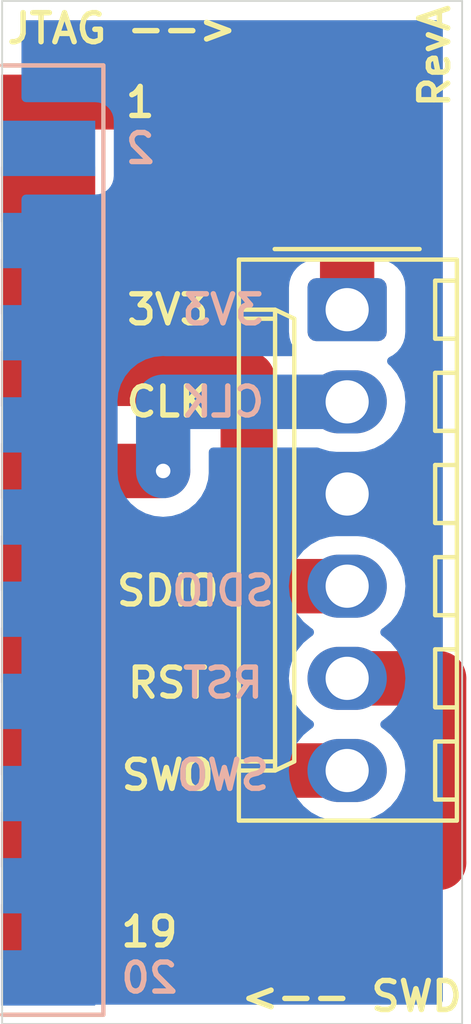
<source format=kicad_pcb>
(kicad_pcb (version 20171130) (host pcbnew 5.1.8-db9833491~87~ubuntu18.04.1)

  (general
    (thickness 1.6)
    (drawings 21)
    (tracks 20)
    (zones 0)
    (modules 2)
    (nets 13)
  )

  (page User 150.012 150.012)
  (layers
    (0 F.Cu signal)
    (31 B.Cu signal)
    (32 B.Adhes user)
    (33 F.Adhes user)
    (34 B.Paste user)
    (35 F.Paste user)
    (36 B.SilkS user)
    (37 F.SilkS user)
    (38 B.Mask user)
    (39 F.Mask user)
    (40 Dwgs.User user)
    (41 Cmts.User user)
    (42 Eco1.User user)
    (43 Eco2.User user)
    (44 Edge.Cuts user)
    (45 Margin user)
    (46 B.CrtYd user)
    (47 F.CrtYd user)
    (48 B.Fab user hide)
    (49 F.Fab user hide)
  )

  (setup
    (last_trace_width 0.25)
    (user_trace_width 1)
    (user_trace_width 1.5)
    (trace_clearance 0.2)
    (zone_clearance 0.508)
    (zone_45_only no)
    (trace_min 0.2)
    (via_size 0.8)
    (via_drill 0.4)
    (via_min_size 0.4)
    (via_min_drill 0.3)
    (uvia_size 0.3)
    (uvia_drill 0.1)
    (uvias_allowed no)
    (uvia_min_size 0.2)
    (uvia_min_drill 0.1)
    (edge_width 0.05)
    (segment_width 0.2)
    (pcb_text_width 0.3)
    (pcb_text_size 1.5 1.5)
    (mod_edge_width 0.12)
    (mod_text_size 1 1)
    (mod_text_width 0.15)
    (pad_size 1.524 1.524)
    (pad_drill 0.762)
    (pad_to_mask_clearance 0)
    (aux_axis_origin 0 0)
    (visible_elements FFFFFF7F)
    (pcbplotparams
      (layerselection 0x010fc_ffffffff)
      (usegerberextensions false)
      (usegerberattributes true)
      (usegerberadvancedattributes true)
      (creategerberjobfile true)
      (excludeedgelayer true)
      (linewidth 0.100000)
      (plotframeref false)
      (viasonmask false)
      (mode 1)
      (useauxorigin false)
      (hpglpennumber 1)
      (hpglpenspeed 20)
      (hpglpendiameter 15.000000)
      (psnegative false)
      (psa4output false)
      (plotreference true)
      (plotvalue true)
      (plotinvisibletext false)
      (padsonsilk false)
      (subtractmaskfromsilk false)
      (outputformat 1)
      (mirror false)
      (drillshape 0)
      (scaleselection 1)
      (outputdirectory "gerbers/"))
  )

  (net 0 "")
  (net 1 /NC)
  (net 2 GNDS)
  (net 3 /VTref)
  (net 4 /nTRST)
  (net 5 /TDI)
  (net 6 /TMS)
  (net 7 /TCK)
  (net 8 /RTCK)
  (net 9 /TDO)
  (net 10 /RESET)
  (net 11 /DBGRQ)
  (net 12 /5V)

  (net_class Default "This is the default net class."
    (clearance 0.2)
    (trace_width 0.25)
    (via_dia 0.8)
    (via_drill 0.4)
    (uvia_dia 0.3)
    (uvia_drill 0.1)
    (add_net /5V)
    (add_net /DBGRQ)
    (add_net /NC)
    (add_net /RESET)
    (add_net /RTCK)
    (add_net /TCK)
    (add_net /TDI)
    (add_net /TDO)
    (add_net /TMS)
    (add_net /VTref)
    (add_net /nTRST)
    (add_net GNDS)
  )

  (module IDC_PCB_Edge_Connectors:2x10_IDC_EdgeConnector (layer F.Cu) (tedit 5FC23B6C) (tstamp 5FC29F38)
    (at 71.374 64.389 90)
    (path /5FC234AD)
    (fp_text reference J1 (at -12.065 2.54 180) (layer F.SilkS) hide
      (effects (font (size 1 1) (thickness 0.15)))
    )
    (fp_text value Conn_02x10_Odd_Even (at 0.127 -5.207 90) (layer F.Fab)
      (effects (font (size 1 1) (thickness 0.15)))
    )
    (fp_line (start -13.081 1.524) (end 13.081 1.524) (layer F.SilkS) (width 0.12))
    (fp_line (start 13.081 1.524) (end 13.081 -1.27) (layer F.SilkS) (width 0.12))
    (fp_line (start 13.081 -1.27) (end 13.081 1.524) (layer B.SilkS) (width 0.12))
    (fp_line (start 13.081 1.524) (end -13.081 1.524) (layer B.SilkS) (width 0.12))
    (fp_line (start 13.208 -1.27) (end 13.208 1.651) (layer F.CrtYd) (width 0.12))
    (fp_line (start 13.208 1.651) (end -13.208 1.651) (layer F.CrtYd) (width 0.12))
    (fp_line (start 13.208 -1.27) (end 13.208 1.651) (layer B.CrtYd) (width 0.12))
    (fp_line (start 13.208 1.651) (end -13.208 1.651) (layer B.CrtYd) (width 0.12))
    (fp_line (start -13.081 1.524) (end -13.081 -1.27) (layer F.SilkS) (width 0.12))
    (fp_line (start -13.081 -1.27) (end -13.081 1.524) (layer B.SilkS) (width 0.12))
    (fp_line (start -13.208 -1.27) (end -13.208 1.651) (layer F.CrtYd) (width 0.12))
    (fp_line (start -13.208 -1.27) (end -13.208 1.651) (layer B.CrtYd) (width 0.12))
    (pad 2 smd rect (at 10.795 0 90) (size 1.524 2.6) (layers B.Cu B.Paste B.Mask)
      (net 1 /NC))
    (pad 4 smd rect (at 8.255 0 90) (size 1.524 2.6) (layers B.Cu B.Paste B.Mask)
      (net 2 GNDS))
    (pad 6 smd rect (at 5.715 0 90) (size 1.524 2.6) (layers B.Cu B.Paste B.Mask)
      (net 2 GNDS))
    (pad 8 smd rect (at 3.175 0 90) (size 1.524 2.6) (layers B.Cu B.Paste B.Mask)
      (net 2 GNDS))
    (pad 10 smd rect (at 0.635 0 90) (size 1.524 2.6) (layers B.Cu B.Paste B.Mask)
      (net 2 GNDS))
    (pad 12 smd rect (at -1.905 0 90) (size 1.524 2.6) (layers B.Cu B.Paste B.Mask)
      (net 2 GNDS))
    (pad 14 smd rect (at -4.445 0 90) (size 1.524 2.6) (layers B.Cu B.Paste B.Mask)
      (net 2 GNDS))
    (pad 16 smd rect (at -6.985 0 90) (size 1.524 2.6) (layers B.Cu B.Paste B.Mask)
      (net 2 GNDS))
    (pad 18 smd rect (at -9.525 0 90) (size 1.524 2.6) (layers B.Cu B.Paste B.Mask)
      (net 2 GNDS))
    (pad 20 smd rect (at -12.065 0 90) (size 1.524 2.6) (layers B.Cu B.Paste B.Mask)
      (net 2 GNDS))
    (pad 1 smd rect (at 12.065 0 90) (size 1.524 2.6) (layers F.Cu F.Paste F.Mask)
      (net 3 /VTref))
    (pad 3 smd rect (at 9.525 0 90) (size 1.524 2.6) (layers F.Cu F.Paste F.Mask)
      (net 4 /nTRST))
    (pad 5 smd rect (at 6.985 0 90) (size 1.524 2.6) (layers F.Cu F.Paste F.Mask)
      (net 5 /TDI))
    (pad 7 smd rect (at 4.445 0 90) (size 1.524 2.6) (layers F.Cu F.Paste F.Mask)
      (net 6 /TMS))
    (pad 9 smd rect (at 1.905 0 90) (size 1.524 2.6) (layers F.Cu F.Paste F.Mask)
      (net 7 /TCK))
    (pad 11 smd rect (at -0.635 0 90) (size 1.524 2.6) (layers F.Cu F.Paste F.Mask)
      (net 8 /RTCK))
    (pad 13 smd rect (at -3.175 0 90) (size 1.524 2.6) (layers F.Cu F.Paste F.Mask)
      (net 9 /TDO))
    (pad 15 smd rect (at -5.715 0 90) (size 1.524 2.6) (layers F.Cu F.Paste F.Mask)
      (net 10 /RESET))
    (pad 17 smd rect (at -8.255 0 90) (size 1.524 2.6) (layers F.Cu F.Paste F.Mask)
      (net 11 /DBGRQ))
    (pad 19 smd rect (at -10.795 0 90) (size 1.524 2.6) (layers F.Cu F.Paste F.Mask)
      (net 12 /5V))
  )

  (module Connector_Molex:Molex_KK-254_AE-6410-06A_1x06_P2.54mm_Vertical (layer F.Cu) (tedit 5EA53D3B) (tstamp 5FC29F6C)
    (at 79.629 58.039 270)
    (descr "Molex KK-254 Interconnect System, old/engineering part number: AE-6410-06A example for new part number: 22-27-2061, 6 Pins (http://www.molex.com/pdm_docs/sd/022272021_sd.pdf), generated with kicad-footprint-generator")
    (tags "connector Molex KK-254 vertical")
    (path /5FC2478F)
    (fp_text reference J2 (at 15.875 -1.905 180) (layer F.SilkS) hide
      (effects (font (size 1 1) (thickness 0.15)))
    )
    (fp_text value Conn_01x06 (at 6.35 4.08 90) (layer F.Fab)
      (effects (font (size 1 1) (thickness 0.15)))
    )
    (fp_line (start 14.47 -3.42) (end -1.77 -3.42) (layer F.CrtYd) (width 0.05))
    (fp_line (start 14.47 3.38) (end 14.47 -3.42) (layer F.CrtYd) (width 0.05))
    (fp_line (start -1.77 3.38) (end 14.47 3.38) (layer F.CrtYd) (width 0.05))
    (fp_line (start -1.77 -3.42) (end -1.77 3.38) (layer F.CrtYd) (width 0.05))
    (fp_line (start 13.5 -2.43) (end 13.5 -3.03) (layer F.SilkS) (width 0.12))
    (fp_line (start 11.9 -2.43) (end 13.5 -2.43) (layer F.SilkS) (width 0.12))
    (fp_line (start 11.9 -3.03) (end 11.9 -2.43) (layer F.SilkS) (width 0.12))
    (fp_line (start 10.96 -2.43) (end 10.96 -3.03) (layer F.SilkS) (width 0.12))
    (fp_line (start 9.36 -2.43) (end 10.96 -2.43) (layer F.SilkS) (width 0.12))
    (fp_line (start 9.36 -3.03) (end 9.36 -2.43) (layer F.SilkS) (width 0.12))
    (fp_line (start 8.42 -2.43) (end 8.42 -3.03) (layer F.SilkS) (width 0.12))
    (fp_line (start 6.82 -2.43) (end 8.42 -2.43) (layer F.SilkS) (width 0.12))
    (fp_line (start 6.82 -3.03) (end 6.82 -2.43) (layer F.SilkS) (width 0.12))
    (fp_line (start 5.88 -2.43) (end 5.88 -3.03) (layer F.SilkS) (width 0.12))
    (fp_line (start 4.28 -2.43) (end 5.88 -2.43) (layer F.SilkS) (width 0.12))
    (fp_line (start 4.28 -3.03) (end 4.28 -2.43) (layer F.SilkS) (width 0.12))
    (fp_line (start 3.34 -2.43) (end 3.34 -3.03) (layer F.SilkS) (width 0.12))
    (fp_line (start 1.74 -2.43) (end 3.34 -2.43) (layer F.SilkS) (width 0.12))
    (fp_line (start 1.74 -3.03) (end 1.74 -2.43) (layer F.SilkS) (width 0.12))
    (fp_line (start 0.8 -2.43) (end 0.8 -3.03) (layer F.SilkS) (width 0.12))
    (fp_line (start -0.8 -2.43) (end 0.8 -2.43) (layer F.SilkS) (width 0.12))
    (fp_line (start -0.8 -3.03) (end -0.8 -2.43) (layer F.SilkS) (width 0.12))
    (fp_line (start 12.45 2.99) (end 12.45 1.99) (layer F.SilkS) (width 0.12))
    (fp_line (start 0.25 2.99) (end 0.25 1.99) (layer F.SilkS) (width 0.12))
    (fp_line (start 12.45 1.46) (end 12.7 1.99) (layer F.SilkS) (width 0.12))
    (fp_line (start 0.25 1.46) (end 12.45 1.46) (layer F.SilkS) (width 0.12))
    (fp_line (start 0 1.99) (end 0.25 1.46) (layer F.SilkS) (width 0.12))
    (fp_line (start 12.7 1.99) (end 12.7 2.99) (layer F.SilkS) (width 0.12))
    (fp_line (start 0 1.99) (end 12.7 1.99) (layer F.SilkS) (width 0.12))
    (fp_line (start 0 2.99) (end 0 1.99) (layer F.SilkS) (width 0.12))
    (fp_line (start -0.562893 0) (end -1.27 0.5) (layer F.Fab) (width 0.1))
    (fp_line (start -1.27 -0.5) (end -0.562893 0) (layer F.Fab) (width 0.1))
    (fp_line (start -1.67 -2) (end -1.67 2) (layer F.SilkS) (width 0.12))
    (fp_line (start 14.08 -3.03) (end -1.38 -3.03) (layer F.SilkS) (width 0.12))
    (fp_line (start 14.08 2.99) (end 14.08 -3.03) (layer F.SilkS) (width 0.12))
    (fp_line (start -1.38 2.99) (end 14.08 2.99) (layer F.SilkS) (width 0.12))
    (fp_line (start -1.38 -3.03) (end -1.38 2.99) (layer F.SilkS) (width 0.12))
    (fp_line (start 13.97 -2.92) (end -1.27 -2.92) (layer F.Fab) (width 0.1))
    (fp_line (start 13.97 2.88) (end 13.97 -2.92) (layer F.Fab) (width 0.1))
    (fp_line (start -1.27 2.88) (end 13.97 2.88) (layer F.Fab) (width 0.1))
    (fp_line (start -1.27 -2.92) (end -1.27 2.88) (layer F.Fab) (width 0.1))
    (fp_text user %R (at 6.35 -2.22 90) (layer F.Fab)
      (effects (font (size 1 1) (thickness 0.15)))
    )
    (pad 6 thru_hole oval (at 12.7 0 270) (size 1.74 2.19) (drill 1.19) (layers *.Cu *.Mask)
      (net 9 /TDO))
    (pad 5 thru_hole oval (at 10.16 0 270) (size 1.74 2.19) (drill 1.19) (layers *.Cu *.Mask)
      (net 10 /RESET))
    (pad 4 thru_hole oval (at 7.62 0 270) (size 1.74 2.19) (drill 1.19) (layers *.Cu *.Mask)
      (net 6 /TMS))
    (pad 3 thru_hole oval (at 5.08 0 270) (size 1.74 2.19) (drill 1.19) (layers *.Cu *.Mask)
      (net 2 GNDS))
    (pad 2 thru_hole oval (at 2.54 0 270) (size 1.74 2.19) (drill 1.19) (layers *.Cu *.Mask)
      (net 7 /TCK))
    (pad 1 thru_hole roundrect (at 0 0 270) (size 1.74 2.19) (drill 1.19) (layers *.Cu *.Mask) (roundrect_rratio 0.1436775862068966)
      (net 3 /VTref))
    (model ${KISYS3DMOD}/Connector_Molex.3dshapes/Molex_KK-254_AE-6410-06A_1x06_P2.54mm_Vertical.wrl
      (at (xyz 0 0 0))
      (scale (xyz 1 1 1))
      (rotate (xyz 0 0 0))
    )
  )

  (gr_text RevA (at 82.042 51.054 90) (layer F.SilkS) (tstamp 5FC2A82A)
    (effects (font (size 0.8 0.8) (thickness 0.15)))
  )
  (gr_text SWO (at 76.2 70.866) (layer B.SilkS) (tstamp 5FC2A592)
    (effects (font (size 0.8 0.8) (thickness 0.15)) (justify mirror))
  )
  (gr_text RST (at 76.2 68.326) (layer B.SilkS) (tstamp 5FC2A58E)
    (effects (font (size 0.8 0.8) (thickness 0.15)) (justify mirror))
  )
  (gr_text SDIO (at 76.2 65.786) (layer B.SilkS) (tstamp 5FC2A58A)
    (effects (font (size 0.8 0.8) (thickness 0.15)) (justify mirror))
  )
  (gr_text CLK (at 76.2 60.579) (layer B.SilkS) (tstamp 5FC2A585)
    (effects (font (size 0.8 0.8) (thickness 0.15)) (justify mirror))
  )
  (gr_text 3V3 (at 76.2 58.039) (layer B.SilkS) (tstamp 5FC2A57D)
    (effects (font (size 0.8 0.8) (thickness 0.15)) (justify mirror))
  )
  (gr_text 20 (at 74.168 76.454) (layer B.SilkS) (tstamp 5FC2A482)
    (effects (font (size 0.8 0.8) (thickness 0.15)) (justify mirror))
  )
  (gr_text 2 (at 73.914 53.594) (layer B.SilkS) (tstamp 5FC2A482)
    (effects (font (size 0.8 0.8) (thickness 0.15)) (justify mirror))
  )
  (gr_text 19 (at 74.168 75.184) (layer F.SilkS) (tstamp 5FC2A482)
    (effects (font (size 0.8 0.8) (thickness 0.15)))
  )
  (gr_text SDIO (at 74.676 65.786) (layer F.SilkS) (tstamp 5FC2A482)
    (effects (font (size 0.8 0.8) (thickness 0.15)))
  )
  (gr_text SWO (at 74.676 70.866) (layer F.SilkS) (tstamp 5FC2A482)
    (effects (font (size 0.8 0.8) (thickness 0.15)))
  )
  (gr_text RST (at 74.676 68.326) (layer F.SilkS) (tstamp 5FC2A482)
    (effects (font (size 0.8 0.8) (thickness 0.15)))
  )
  (gr_text CLK (at 74.676 60.579) (layer F.SilkS) (tstamp 5FC2A538)
    (effects (font (size 0.8 0.8) (thickness 0.15)))
  )
  (gr_text 3V3 (at 74.676 58.039) (layer F.SilkS) (tstamp 5FC2A482)
    (effects (font (size 0.8 0.8) (thickness 0.15)))
  )
  (gr_text "<-- SWD" (at 79.756 76.962) (layer F.SilkS) (tstamp 5FC2A482)
    (effects (font (size 0.8 0.8) (thickness 0.15)))
  )
  (gr_text "JTAG -->" (at 73.406 50.292) (layer F.SilkS) (tstamp 5FC2A482)
    (effects (font (size 0.8 0.8) (thickness 0.15)))
  )
  (gr_text 1 (at 73.914 52.324) (layer F.SilkS)
    (effects (font (size 0.8 0.8) (thickness 0.15)))
  )
  (gr_line (start 70.104 77.724) (end 70.104 49.53) (layer Edge.Cuts) (width 0.05) (tstamp 5FC2A385))
  (gr_line (start 70.104 77.724) (end 82.804 77.724) (layer Edge.Cuts) (width 0.05) (tstamp 5FC2A384))
  (gr_line (start 82.804 49.53) (end 82.804 77.724) (layer Edge.Cuts) (width 0.05))
  (gr_line (start 70.104 49.53) (end 82.804 49.53) (layer Edge.Cuts) (width 0.05))

  (segment (start 71.374 52.324) (end 77.089 52.324) (width 1.5) (layer F.Cu) (net 3))
  (segment (start 79.629 54.864) (end 79.629 58.039) (width 1.5) (layer F.Cu) (net 3))
  (segment (start 77.089 52.324) (end 79.629 54.864) (width 1.5) (layer F.Cu) (net 3))
  (segment (start 76.884011 65.509011) (end 77.034 65.659) (width 1.5) (layer F.Cu) (net 6))
  (segment (start 77.034 65.659) (end 79.629 65.659) (width 1.5) (layer F.Cu) (net 6))
  (segment (start 71.374 59.944) (end 76.884011 59.944) (width 1.5) (layer F.Cu) (net 6))
  (segment (start 76.884011 59.944) (end 76.884011 65.509011) (width 1.5) (layer F.Cu) (net 6))
  (via (at 74.549012 62.484) (size 0.8) (drill 0.4) (layers F.Cu B.Cu) (net 7))
  (segment (start 71.374 62.484) (end 74.549012 62.484) (width 1.5) (layer F.Cu) (net 7))
  (segment (start 74.549012 60.579) (end 74.549012 62.484) (width 1.5) (layer B.Cu) (net 7))
  (segment (start 79.629 60.579) (end 74.549012 60.579) (width 1.5) (layer B.Cu) (net 7))
  (segment (start 78.359 70.739) (end 79.629 70.739) (width 1.5) (layer F.Cu) (net 9))
  (segment (start 75.819 70.739) (end 78.359 70.739) (width 1.5) (layer F.Cu) (net 9))
  (segment (start 71.374 67.564) (end 75.819 67.564) (width 1.5) (layer F.Cu) (net 9))
  (segment (start 75.819 67.564) (end 75.819 70.739) (width 1.5) (layer F.Cu) (net 9))
  (segment (start 82.169 73.279) (end 82.169 68.199) (width 1.5) (layer F.Cu) (net 10))
  (segment (start 73.914 73.279) (end 82.169 73.279) (width 1.5) (layer F.Cu) (net 10))
  (segment (start 71.374 70.104) (end 73.914 70.104) (width 1.5) (layer F.Cu) (net 10))
  (segment (start 82.169 68.199) (end 79.629 68.199) (width 1.5) (layer F.Cu) (net 10))
  (segment (start 73.914 70.104) (end 73.914 73.279) (width 1.5) (layer F.Cu) (net 10))

  (zone (net 2) (net_name GNDS) (layer B.Cu) (tstamp 5FC2A80F) (hatch edge 0.508)
    (connect_pads yes (clearance 0.508))
    (min_thickness 0.254)
    (fill yes (arc_segments 32) (thermal_gap 0.508) (thermal_bridge_width 0.508))
    (polygon
      (pts
        (xy 82.804 77.724) (xy 70.104 77.724) (xy 70.104 49.53) (xy 82.804 49.53)
      )
    )
    (filled_polygon
      (pts
        (xy 82.144001 77.064) (xy 70.764 77.064) (xy 70.764 65.659) (xy 77.891718 65.659) (xy 77.920776 65.954032)
        (xy 78.006834 66.237725) (xy 78.146583 66.499179) (xy 78.334655 66.728345) (xy 78.563821 66.916417) (xy 78.587362 66.929)
        (xy 78.563821 66.941583) (xy 78.334655 67.129655) (xy 78.146583 67.358821) (xy 78.006834 67.620275) (xy 77.920776 67.903968)
        (xy 77.891718 68.199) (xy 77.920776 68.494032) (xy 78.006834 68.777725) (xy 78.146583 69.039179) (xy 78.334655 69.268345)
        (xy 78.563821 69.456417) (xy 78.587362 69.469) (xy 78.563821 69.481583) (xy 78.334655 69.669655) (xy 78.146583 69.898821)
        (xy 78.006834 70.160275) (xy 77.920776 70.443968) (xy 77.891718 70.739) (xy 77.920776 71.034032) (xy 78.006834 71.317725)
        (xy 78.146583 71.579179) (xy 78.334655 71.808345) (xy 78.563821 71.996417) (xy 78.825275 72.136166) (xy 79.108968 72.222224)
        (xy 79.330064 72.244) (xy 79.927936 72.244) (xy 80.149032 72.222224) (xy 80.432725 72.136166) (xy 80.694179 71.996417)
        (xy 80.923345 71.808345) (xy 81.111417 71.579179) (xy 81.251166 71.317725) (xy 81.337224 71.034032) (xy 81.366282 70.739)
        (xy 81.337224 70.443968) (xy 81.251166 70.160275) (xy 81.111417 69.898821) (xy 80.923345 69.669655) (xy 80.694179 69.481583)
        (xy 80.670638 69.469) (xy 80.694179 69.456417) (xy 80.923345 69.268345) (xy 81.111417 69.039179) (xy 81.251166 68.777725)
        (xy 81.337224 68.494032) (xy 81.366282 68.199) (xy 81.337224 67.903968) (xy 81.251166 67.620275) (xy 81.111417 67.358821)
        (xy 80.923345 67.129655) (xy 80.694179 66.941583) (xy 80.670638 66.929) (xy 80.694179 66.916417) (xy 80.923345 66.728345)
        (xy 81.111417 66.499179) (xy 81.251166 66.237725) (xy 81.337224 65.954032) (xy 81.366282 65.659) (xy 81.337224 65.363968)
        (xy 81.251166 65.080275) (xy 81.111417 64.818821) (xy 80.923345 64.589655) (xy 80.694179 64.401583) (xy 80.432725 64.261834)
        (xy 80.149032 64.175776) (xy 79.927936 64.154) (xy 79.330064 64.154) (xy 79.108968 64.175776) (xy 78.825275 64.261834)
        (xy 78.563821 64.401583) (xy 78.334655 64.589655) (xy 78.146583 64.818821) (xy 78.006834 65.080275) (xy 77.920776 65.363968)
        (xy 77.891718 65.659) (xy 70.764 65.659) (xy 70.764 60.579) (xy 73.157311 60.579) (xy 73.164012 60.647037)
        (xy 73.164013 62.552037) (xy 73.184053 62.755507) (xy 73.263249 63.016581) (xy 73.391856 63.257188) (xy 73.564932 63.468081)
        (xy 73.775825 63.641157) (xy 74.016432 63.769764) (xy 74.277506 63.84896) (xy 74.549012 63.875701) (xy 74.820519 63.84896)
        (xy 75.081593 63.769764) (xy 75.3222 63.641157) (xy 75.533093 63.468081) (xy 75.706169 63.257188) (xy 75.834776 63.016581)
        (xy 75.913972 62.755507) (xy 75.934012 62.552037) (xy 75.934012 61.964) (xy 78.802514 61.964) (xy 78.825275 61.976166)
        (xy 79.108968 62.062224) (xy 79.330064 62.084) (xy 79.927936 62.084) (xy 80.149032 62.062224) (xy 80.432725 61.976166)
        (xy 80.694179 61.836417) (xy 80.923345 61.648345) (xy 81.111417 61.419179) (xy 81.251166 61.157725) (xy 81.337224 60.874032)
        (xy 81.366282 60.579) (xy 81.337224 60.283968) (xy 81.251166 60.000275) (xy 81.111417 59.738821) (xy 80.923345 59.509655)
        (xy 80.857886 59.455934) (xy 80.967387 59.397405) (xy 81.101962 59.286962) (xy 81.212405 59.152387) (xy 81.294472 58.998851)
        (xy 81.345008 58.832255) (xy 81.362072 58.659001) (xy 81.362072 57.418999) (xy 81.345008 57.245745) (xy 81.294472 57.079149)
        (xy 81.212405 56.925613) (xy 81.101962 56.791038) (xy 80.967387 56.680595) (xy 80.813851 56.598528) (xy 80.647255 56.547992)
        (xy 80.474001 56.530928) (xy 78.783999 56.530928) (xy 78.610745 56.547992) (xy 78.444149 56.598528) (xy 78.290613 56.680595)
        (xy 78.156038 56.791038) (xy 78.045595 56.925613) (xy 77.963528 57.079149) (xy 77.912992 57.245745) (xy 77.895928 57.418999)
        (xy 77.895928 58.659001) (xy 77.912992 58.832255) (xy 77.963528 58.998851) (xy 78.045595 59.152387) (xy 78.079746 59.194)
        (xy 74.617048 59.194) (xy 74.549012 59.187299) (xy 74.480975 59.194) (xy 74.277505 59.21404) (xy 74.016431 59.293236)
        (xy 73.775824 59.421843) (xy 73.564931 59.594919) (xy 73.391855 59.805812) (xy 73.263248 60.046419) (xy 73.184052 60.307493)
        (xy 73.157311 60.579) (xy 70.764 60.579) (xy 70.764 54.994072) (xy 72.674 54.994072) (xy 72.798482 54.981812)
        (xy 72.91818 54.945502) (xy 73.028494 54.886537) (xy 73.125185 54.807185) (xy 73.204537 54.710494) (xy 73.263502 54.60018)
        (xy 73.299812 54.480482) (xy 73.312072 54.356) (xy 73.312072 52.832) (xy 73.299812 52.707518) (xy 73.263502 52.58782)
        (xy 73.204537 52.477506) (xy 73.125185 52.380815) (xy 73.028494 52.301463) (xy 72.91818 52.242498) (xy 72.798482 52.206188)
        (xy 72.674 52.193928) (xy 70.764 52.193928) (xy 70.764 50.19) (xy 82.144 50.19)
      )
    )
  )
)

</source>
